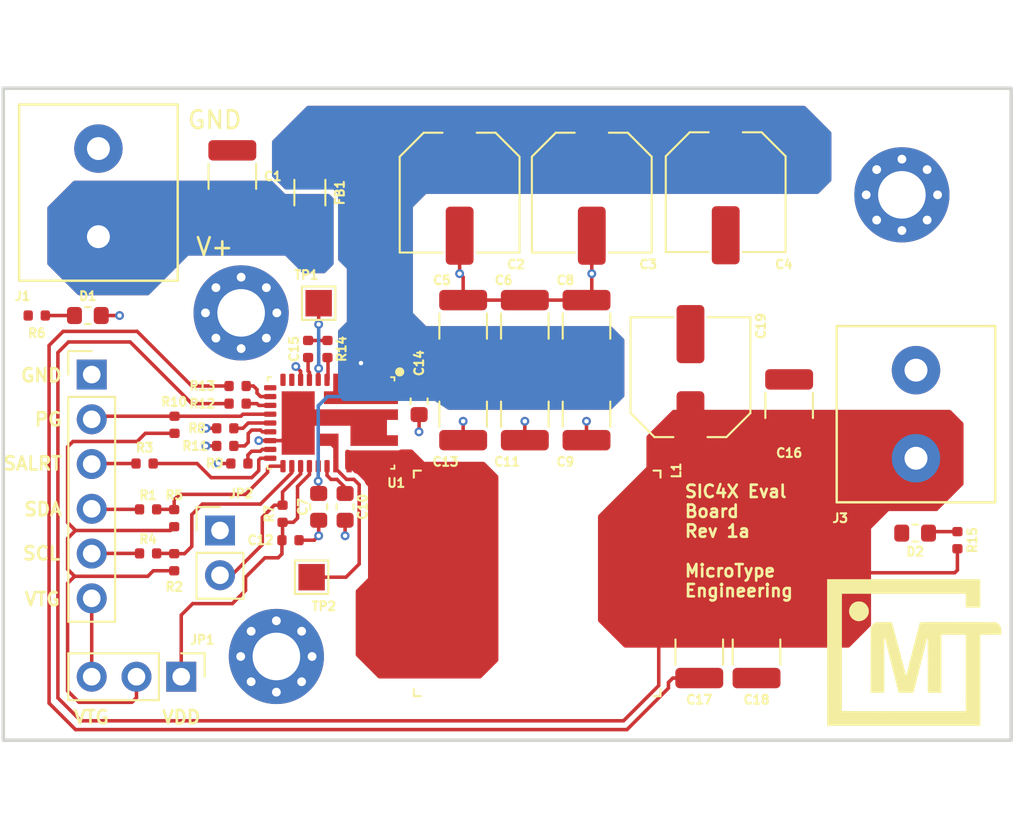
<source format=kicad_pcb>
(kicad_pcb (version 20210623) (generator pcbnew)
  (layers (0 "F.Cu" signal) (1 "In1.Cu" power) (2 "In2.Cu" power) (31 "B.Cu" signal) (34 "B.Paste" user) (35 "F.Paste" user) (36 "B.SilkS" user "B.Silkscreen") (37 "F.SilkS" user "F.Silkscreen") (38 "B.Mask" user) (39 "F.Mask" user) (44 "Edge.Cuts" user))
  (net 0 "")
  (net 1 "+12V")
  (net 2 "GND")
  (net 3 "Net-(C10-Pad1)")
  (net 4 "/VDD")
  (net 5 "+5V")
  (net 6 "Net-(D1-Pad2)")
  (net 7 "Net-(D2-Pad2)")
  (net 8 "/PGOOD")
  (net 9 "/EXTERN_VTG")
  (net 10 "/SDA")
  (net 11 "/SCL")
  (net 12 "/SALERT")
  (net 13 "/PULLUP_VTG")
  (net 14 "/EN")
  (net 15 "Net-(L1-Pad1)")
  (net 16 "Net-(R8-Pad1)")
  (net 17 "Net-(TP1-Pad1)")
  (net 18 "Net-(TP2-Pad1)")
  (net 22 "Net-(C11-Pad1)")
  (net 23 "Net-(C15-Pad1)")
  (net 24 "Net-(C15-Pad2)")
  (net 25 "Net-(R9-Pad1)")
  (net 26 "Net-(J2-Pad4)")
  (net 27 "Net-(J2-Pad5)")
  (net 28 "Net-(R11-Pad1)")
  (net 29 "Net-(R12-Pad1)")
  (net 30 "Net-(R13-Pad1)")
  (net 31 "Net-(R14-Pad2)")
  (net 32 "Net-(J2-Pad3)")
  (footprint "eval-board-1_buck-regulator:SiC45X" (layer "F.Cu") (at 18.6 19 -90)
    (fp_text reference "U1")
    (fp_text value "SIC453ED-T1-GE3")
  )
  (footprint "eval-board-1_buck-regulator:CAPACITOR_0402N" (layer "F.Cu") (at 12.6 20.3 180)
    (fp_text reference "R11")
    (fp_text value "8.87K")
  )
  (footprint "eval-board-1_buck-regulator:CAPAE660X580L260X65N" (layer "F.Cu") (at 41 5.9 -90)
    (fp_text reference "C4")
    (fp_text value "UCH1V470MCS1GS")
  )
  (footprint "eval-board-1_buck-regulator:1935776" (layer "F.Cu") (at 5.4 5.925 -90)
    (fp_text reference "J1")
    (fp_text value "Conn_01x02")
  )
  (footprint "TestPoint:TestPoint_Pad_1.5x1.5mm" (layer "F.Cu") (at 17.5 27.75 90)
    (fp_text reference "TP2")
    (fp_text value "TestPoint")
  )
  (footprint "eval-board-1_buck-regulator:CAPACITOR_0603N" (layer "F.Cu") (at 23.6 17.76 -90)
    (fp_text reference "C14")
    (fp_text value "GRM188R61H225ME11D")
  )
  (footprint "eval-board-1_buck-regulator:CAPACITOR_1210N" (layer "F.Cu") (at 13 5 90)
    (fp_text reference "C1")
    (fp_text value "GRM32ER71C226KEA8")
  )
  (footprint "eval-board-1_buck-regulator:CAPACITOR_1210N" (layer "F.Cu") (at 26.1 18.5 -90)
    (fp_text reference "C13")
    (fp_text value "GRM32ER71E226ME15K")
  )
  (footprint "eval-board-1_buck-regulator:CAPACITOR_0402N" (layer "F.Cu") (at 13.4 21.3 180)
    (fp_text reference "R9")
    (fp_text value "8.87K")
  )
  (footprint "Connector_PinHeader_2.54mm:PinHeader_1x03_P2.54mm_Vertical" (layer "F.Cu") (at 10.1 33.4 -90)
    (fp_text reference "JP1")
    (fp_text value "Jumper_NC_Dual")
  )
  (footprint "eval-board-1_buck-regulator:CAPACITOR_0402N" (layer "F.Cu") (at 54.15 25.65 90)
    (fp_text reference "R15")
    (fp_text value "220")
  )
  (footprint "eval-board-1_buck-regulator:CAPACITOR_1206N" (layer "F.Cu") (at 17.4 5.925 90)
    (fp_text reference "FB1")
    (fp_text value "74279221100")
  )
  (footprint "eval-board-1_buck-regulator:CAPACITOR_1210N" (layer "F.Cu") (at 39.5 32 -90)
    (fp_text reference "C17")
    (fp_text value "GRM32ER71C226KEA8")
  )
  (footprint "eval-board-1_buck-regulator:CAPACITOR_0402N" (layer "F.Cu") (at 13.3 16.9 180)
    (fp_text reference "R13")
    (fp_text value "10K")
  )
  (footprint "eval-board-1_buck-regulator:CAPACITOR_1210N" (layer "F.Cu") (at 29.6 13.5 90)
    (fp_text reference "C6")
    (fp_text value "GRM32ER71E226ME15K")
  )
  (footprint "MountingHole:MountingHole_2.7mm_M2.5_Pad_Via" (layer "F.Cu") (at 15.5 32.25)
    (fp_text reference "H3" hide)
    (fp_text value "MountingHole_Pad")
  )
  (footprint "eval-board-1_buck-regulator:CAPACITOR_1210N" (layer "F.Cu") (at 29.6 18.5 -90)
    (fp_text reference "C11")
    (fp_text value "GRM32ER71E226ME15K")
  )
  (footprint "eval-board-1_buck-regulator:CAPAE660X580L260X65N" (layer "F.Cu") (at 39 16.4 90)
    (fp_text reference "C19")
    (fp_text value "UCH1V470MCS1GS")
  )
  (footprint "eval-board-1_buck-regulator:CAPACITOR_1210N" (layer "F.Cu") (at 42.75 32 -90)
    (fp_text reference "C18")
    (fp_text value "GRM32ER71C226KEA8")
  )
  (footprint "eval-board-1_buck-regulator:CAPACITOR_0402N" (layer "F.Cu") (at 9.7 24.4 90)
    (fp_text reference "R5")
    (fp_text value "10K")
  )
  (footprint "eval-board-1_buck-regulator:CAPACITOR_0402N" (layer "F.Cu") (at 18.4 14.8 -90)
    (fp_text reference "R14")
    (fp_text value "2.2")
  )
  (footprint "TestPoint:TestPoint_Pad_1.5x1.5mm" (layer "F.Cu") (at 17.9 12.2)
    (fp_text reference "TP1")
    (fp_text value "TestPoint")
  )
  (footprint "footprints:CAPACITOR_0603N" (layer "F.Cu") (at 17.9 23.76 -90)
    (fp_text reference "C7")
    (fp_text value "GRM188R61H225ME11D")
  )
  (footprint "eval-board-1_buck-regulator:CAPACITOR_0402N" (layer "F.Cu") (at 15.85 24.15 90)
    (fp_text reference "R7")
    (fp_text value "10K")
  )
  (footprint "eval-board-1_buck-regulator:CAPACITOR_0603N" (layer "F.Cu") (at 19.4 23.76 -90)
    (fp_text reference "C10")
    (fp_text value "4.7u")
  )
  (footprint "eval-board-1_buck-regulator:CAPACITOR_0402N" (layer "F.Cu") (at 9.7 26.9 90)
    (fp_text reference "R2")
    (fp_text value "10K")
  )
  (footprint "MountingHole:MountingHole_2.7mm_M2.5_Pad_Via" (layer "F.Cu") (at 51 6.05)
    (fp_text reference "H1" hide)
    (fp_text value "MountingHole_Pad")
  )
  (footprint "eval-board-1_buck-regulator:CAPACITOR_1210N" (layer "F.Cu") (at 33.1 18.5 -90)
    (fp_text reference "C9")
    (fp_text value "GRM32ER71E226ME15K")
  )
  (footprint "Connector_PinHeader_2.54mm:PinHeader_1x06_P2.54mm_Vertical" (layer "F.Cu") (at 5.02 16.25)
    (fp_text reference "J2" hide)
    (fp_text value "Conn_01x06")
  )
  (footprint "eval-board-1_buck-regulator:CAPACITOR_0402N" (layer "F.Cu") (at 1.9 12.9)
    (fp_text reference "R6")
    (fp_text value "510")
  )
  (footprint "eval-board-1_buck-regulator:CAPACITOR_0402N" (layer "F.Cu") (at 8.22 26.4)
    (fp_text reference "R4")
    (fp_text value "220")
  )
  (footprint "eval-board-1_buck-regulator:CAPACITOR_0402N" (layer "F.Cu") (at 13.3 17.9 180)
    (fp_text reference "R12")
    (fp_text value "10K")
  )
  (footprint "eval-board-1_buck-regulator:CAPACITOR_0603N" (layer "F.Cu") (at 4.8 12.9 180)
    (fp_text reference "D1")
    (fp_text value "LED")
  )
  (footprint "eval-board-1_buck-regulator:CAPACITOR_0402N" (layer "F.Cu") (at 9.72 19.1 90)
    (fp_text reference "R10")
    (fp_text value "10K")
  )
  (footprint "eval-board-1_buck-regulator:CAPACITOR_0402N" (layer "F.Cu") (at 8.22 23.9)
    (fp_text reference "R1")
    (fp_text value "220")
  )
  (footprint "eval-board-1_buck-regulator:CAPACITOR_1210N" (layer "F.Cu") (at 33.1 13.5 90)
    (fp_text reference "C8")
    (fp_text value "GRM32ER71E226ME15K")
  )
  (footprint "eval-board-1_buck-regulator:1935776" (layer "F.Cu") (at 51.8 18.5 -90)
    (fp_text reference "J3")
    (fp_text value "Conn_01x02")
  )
  (footprint "eval-board-1_buck-regulator:CAPACITOR_0402N" (layer "F.Cu") (at 8.02 21.3)
    (fp_text reference "R3")
    (fp_text value "220")
  )
  (footprint "eval-board-1_buck-regulator:CAPACITOR_0402N" (layer "F.Cu") (at 17.3 14.8 90)
    (fp_text reference "C15")
    (fp_text value "0.1uF")
  )
  (footprint "Connector_PinHeader_2.54mm:PinHeader_1x02_P2.54mm_Vertical" (layer "F.Cu") (at 12.3 25.1)
    (fp_text reference "JP2")
    (fp_text value "Jumper")
  )
  (footprint "eval-board-1_buck-regulator:CAPAE660X580L260X65N" (layer "F.Cu") (at 25.9 5.925 -90)
    (fp_text reference "C2")
    (fp_text value "UCH1V470MCS1GS")
  )
  (footprint "MountingHole:MountingHole_2.7mm_M2.5_Pad_Via" (layer "F.Cu") (at 13.5 12.75)
    (fp_text reference "H2" hide)
    (fp_text value "MountingHole_Pad")
  )
  (footprint "eval-board-1_buck-regulator:PA4343_PM4343" (layer "F.Cu") (at 30.3 28.1 90)
    (fp_text reference "L1")
    (fp_text value "PA4343.102NLT")
  )
  (footprint "eval-board-1_buck-regulator:CAPACITOR_0603N" (layer "F.Cu") (at 51.75 25.25)
    (fp_text reference "D2")
    (fp_text value "LED")
  )
  (footprint "eval-board-1_buck-regulator:CAPAE660X580L260X65N" (layer "F.Cu") (at 33.4 5.925 -90)
    (fp_text reference "C3")
    (fp_text value "UCH1V470MCS1GS")
  )
  (footprint "eval-board-1_buck-regulator:CAPACITOR_1210N" (layer "F.Cu") (at 26.1 13.5 90)
    (fp_text reference "C5")
    (fp_text value "GRM32ER71E226ME15K")
  )
  (footprint "eval-board-1_buck-regulator:CAPACITOR_1210N" (layer "F.Cu") (at 44.6 18 90)
    (fp_text reference "C16")
    (fp_text value "GRM32ER71C226KEA8")
  )
  (footprint "footprints:MTE_LOGO_25.4MM" (layer "F.Cu") (at 51.7 32)
    (fp_text reference "G***" hide)
    (fp_text value "LOGO" hide)
  )
  (footprint "eval-board-1_buck-regulator:CAPACITOR_0402N" (layer "F.Cu") (at 16.3 25.65)
    (fp_text reference "C12")
    (fp_text value "1u")
  )
  (footprint "eval-board-1_buck-regulator:CAPACITOR_0402N" (layer "F.Cu") (at 12.6 19.3 180)
    (fp_text reference "R8")
    (fp_text value "8.87K")
  )
  (gr_rect (start 0 0) (end 57.2 37) (layer "Edge.Cuts") (width 0.2) (fill none))
  (gr_text "VTG" (at 3.3 29) (layer "F.SilkS") (effects (font (size 0.75 0.75)) (justify right)))
  (gr_text "PG" (at 3.4 18.8) (layer "F.SilkS") (effects (font (size 0.75 0.75)) (justify right)))
  (gr_text "GND" (at 12 1.8) (layer "F.SilkS") (effects (font (size 1 1))))
  (gr_text "SDA" (at 3.4 23.9) (layer "F.SilkS") (effects (font (size 0.75 0.75)) (justify right)))
  (gr_text "SIC4X Eval\nBoard\nRev 1a\n\nMicroType\nEngineering" (at 38.6 25.7) (layer "F.SilkS") (effects (font (size 0.7 0.7)) (justify left)))
  (gr_text "VTG" (at 5 35.7) (layer "F.SilkS") (effects (font (size 0.75 0.75))))
  (gr_text "GND" (at 3.4 16.3) (layer "F.SilkS") (effects (font (size 0.75 0.75)) (justify right)))
  (gr_text "V+" (at 12 9) (layer "F.SilkS") (effects (font (size 1 1))))
  (gr_text "SALRT" (at 3.4 21.3) (layer "F.SilkS") (effects (font (size 0.75 0.75)) (justify right)))
  (gr_text "SCL" (at 3.3 26.4) (layer "F.SilkS") (effects (font (size 0.75 0.75)) (justify right)))
  (gr_text "VDD" (at 10.1 35.7) (layer "F.SilkS") (effects (font (size 0.75 0.75))))
  (segment (start 17.4 7.395) (end 17.4 8.025) (width 0.2) (layer "F.Cu") (net 1))
  (segment (start 7.25 6.575) (end 5.4 8.425) (width 0.2) (layer "F.Cu") (net 1))
  (segment (start 12.9 6.575) (end 7.25 6.575) (width 0.2) (layer "F.Cu") (net 1))
  (segment (start 2.6 34.9) (end 4.1 36.4) (width 0.2) (layer "F.Cu") (net 2))
  (segment (start 19.4 24.52) (end 19.4 25.4) (width 0.2) (layer "F.Cu") (net 2))
  (segment (start 37.75 34.05) (end 37.75 33.725) (width 0.2) (layer "F.Cu") (net 2))
  (segment (start 26.1 10.725) (end 25.9 10.525) (width 0.2) (layer "F.Cu") (net 2))
  (segment (start 2.6 14.6) (end 2.6 34.9) (width 0.2) (layer "F.Cu") (net 2))
  (segment (start 33.1 19.975) (end 33.1 18.9) (width 0.2) (layer "F.Cu") (net 2))
  (segment (start 10.7 16.9) (end 7.6 13.8) (width 0.2) (layer "F.Cu") (net 2))
  (segment (start 5.56 12.9) (end 6.6 12.9) (width 0.2) (layer "F.Cu") (net 2))
  (segment (start 12.915 21.3) (end 12.9 21.3) (width 0.2) (layer "F.Cu") (net 2))
  (segment (start 33.4 8.37) (end 33.4 10.525) (width 0.2) (layer "F.Cu") (net 2))
  (segment (start 17.735 24.685) (end 17.9 24.52) (width 0.2) (layer "F.Cu") (net 2))
  (segment (start 26.1 19.975) (end 26.1 18.9) (width 0.2) (layer "F.Cu") (net 2))
  (segment (start 37.75 33.725) (end 38 33.475) (width 0.2) (layer "F.Cu") (net 2))
  (segment (start 12.115 20.3) (end 11.5 20.3) (width 0.2) (layer "F.Cu") (net 2))
  (segment (start 33.4 11.725) (end 33.1 12.025) (width 0.2) (layer "F.Cu") (net 2))
  (segment (start 38 33.475) (end 39.5 33.475) (width 0.2) (layer "F.Cu") (net 2))
  (segment (start 16.85 18.95) (end 15.8 20) (width 0.2) (layer "F.Cu") (net 2))
  (segment (start 12.115 19.3) (end 11.5 19.3) (width 0.2) (layer "F.Cu") (net 2))
  (segment (start 15.1 20) (end 14.5 20) (width 0.2) (layer "F.Cu") (net 2))
  (segment (start 26.1 12.025) (end 26.1 10.725) (width 0.2) (layer "F.Cu") (net 2))
  (segment (start 7.6 13.8) (end 3.4 13.8) (width 0.2) (layer "F.Cu") (net 2))
  (segment (start 12.9 21.3) (end 12.2 21.3) (width 0.2) (layer "F.Cu") (net 2))
  (segment (start 23.6 18.52) (end 23.6 19.492318) (width 0.2) (layer "F.Cu") (net 2))
  (segment (start 4.1 36.4) (end 35.4 36.4) (width 0.2) (layer "F.Cu") (net 2))
  (segment (start 29.6 19.975) (end 29.6 18.9) (width 0.2) (layer "F.Cu") (net 2))
  (segment (start 16.875 16.55) (end 16.875 16.065749) (width 0.2) (layer "F.Cu") (net 2))
  (segment (start 23.6 19.492318) (end 23.592318 19.5) (width 0.2) (layer "F.Cu") (net 2))
  (segment (start 12.815 16.9) (end 10.7 16.9) (width 0.2) (layer "F.Cu") (net 2))
  (segment (start 29.6 12.025) (end 33.1 12.025) (width 0.2) (layer "F.Cu") (net 2))
  (segment (start 33.4 10.525) (end 33.4 11.725) (width 0.2) (layer "F.Cu") (net 2))
  (segment (start 17.9 24.52) (end 17.9 25.4) (width 0.2) (layer "F.Cu") (net 2))
  (segment (start 35.4 36.4) (end 37.75 34.05) (width 0.2) (layer "F.Cu") (net 2))
  (segment (start 26.1 12.025) (end 29.6 12.025) (width 0.2) (layer "F.Cu") (net 2))
  (segment (start 3.4 13.8) (end 2.6 14.6) (width 0.2) (layer "F.Cu") (net 2))
  (segment (start 25.9 8.37) (end 25.9 10.525) (width 0.2) (layer "F.Cu") (net 2))
  (segment (start 20.375 18.95) (end 16.85 18.95) (width 0.2) (layer "F.Cu") (net 2))
  (segment (start 16.875 16.065749) (end 16.602336 15.793085) (width 0.2) (layer "F.Cu") (net 2))
  (segment (start 17.65 25.65) (end 17.9 25.4) (width 0.2) (layer "F.Cu") (net 2))
  (segment (start 15.15 20) (end 15.1 20) (width 0.2) (layer "F.Cu") (net 2))
  (segment (start 16.785 25.65) (end 17.65 25.65) (width 0.2) (layer "F.Cu") (net 2))
  (segment (start 15.8 20) (end 15.15 20) (width 0.2) (layer "F.Cu") (net 2))
  (via (at 33.1 18.9) (size 0.5) (drill 0.25) (layers "F.Cu" "B.Cu") (net 2))
  (via (at 14.5 20) (size 0.5) (drill 0.25) (layers "F.Cu" "B.Cu") (net 2))
  (via (at 33.4 10.525) (size 0.5) (drill 0.25) (layers "F.Cu" "B.Cu") (net 2))
  (via (at 17.9 25.4) (size 0.5) (drill 0.25) (layers "F.Cu" "B.Cu") (net 2))
  (via (at 23.592318 19.5) (size 0.5) (drill 0.25) (layers "F.Cu" "B.Cu") (net 2))
  (via (at 16.602336 15.793085) (size 0.5) (drill 0.25) (layers "F.Cu" "B.Cu") (net 2))
  (via (at 29.6 18.9) (size 0.5) (drill 0.25) (layers "F.Cu" "B.Cu") (net 2))
  (via (at 25.9 10.525) (size 0.5) (drill 0.25) (layers "F.Cu" "B.Cu") (net 2))
  (via (at 19.4 25.4) (size 0.5) (drill 0.25) (layers "F.Cu" "B.Cu") (net 2))
  (via (at 11.5 19.3) (size 0.5) (drill 0.25) (layers "F.Cu" "B.Cu") (net 2))
  (via (at 12.2 21.3) (size 0.5) (drill 0.25) (layers "F.Cu" "B.Cu") (net 2))
  (via (at 26.1 18.9) (size 0.5) (drill 0.25) (layers "F.Cu" "B.Cu") (net 2))
  (via (at 6.6 12.9) (size 0.5) (drill 0.25) (layers "F.Cu" "B.Cu") (net 2))
  (via (at 11.5 20.3) (size 0.5) (drill 0.25) (layers "F.Cu" "B.Cu") (net 2))
  (segment (start 18.942222 22.2) (end 18.6 22.2) (width 0.2) (layer "F.Cu") (net 3))
  (segment (start 19.4 23) (end 19.4 22.657778) (width 0.2) (layer "F.Cu") (net 3))
  (segment (start 19.4 22.657778) (end 18.942222 22.2) (width 0.2) (layer "F.Cu") (net 3))
  (segment (start 18.6 22.2) (end 18.375 21.975) (width 0.2) (layer "F.Cu") (net 3))
  (segment (start 18.375 21.975) (end 18.375 21.45) (width 0.2) (layer "F.Cu") (net 3))
  (segment (start 14.85 26.65) (end 15.6 26.65) (width 0.2) (layer "F.Cu") (net 4))
  (segment (start 15.85 25.615) (end 15.815 25.65) (width 0.2) (layer "F.Cu") (net 4))
  (segment (start 15.815 26.435) (end 15.815 25.65) (width 0.2) (layer "F.Cu") (net 4))
  (segment (start 15.6 26.65) (end 15.815 26.435) (width 0.2) (layer "F.Cu") (net 4))
  (segment (start 10.75 29.25) (end 13 29.25) (width 0.2) (layer "F.Cu") (net 4))
  (segment (start 13.75 27.75) (end 14.85 26.65) (width 0.2) (layer "F.Cu") (net 4))
  (segment (start 16.465 24.635) (end 16.7 24.4) (width 0.2) (layer "F.Cu") (net 4))
  (segment (start 13.75 28.5) (end 13.75 27.75) (width 0.2) (layer "F.Cu") (net 4))
  (segment (start 10.1 29.9) (end 10.75 29.25) (width 0.2) (layer "F.Cu") (net 4))
  (segment (start 13 29.25) (end 13.75 28.5) (width 0.2) (layer "F.Cu") (net 4))
  (segment (start 15.85 24.635) (end 15.85 25.615) (width 0.2) (layer "F.Cu") (net 4))
  (segment (start 10.1 33.4) (end 10.1 29.9) (width 0.2) (layer "F.Cu") (net 4))
  (segment (start 17.375 21.925) (end 17.375 21.45) (width 0.2) (layer "F.Cu") (net 4))
  (segment (start 16.7 24.4) (end 16.7 22.6) (width 0.2) (layer "F.Cu") (net 4))
  (segment (start 16.7 22.6) (end 17.375 21.925) (width 0.2) (layer "F.Cu") (net 4))
  (segment (start 15.85 24.635) (end 16.465 24.635) (width 0.2) (layer "F.Cu") (net 4))
  (segment (start 3.7 14.4) (end 3.1 15) (width 0.2) (layer "F.Cu") (net 5))
  (segment (start 4.4 35.9) (end 35.2 35.9) (width 0.2) (layer "F.Cu") (net 5))
  (segment (start 3.1 34.6) (end 4.4 35.9) (width 0.2) (layer "F.Cu") (net 5))
  (segment (start 54 27.5) (end 48.25 27.5) (width 0.2) (layer "F.Cu") (net 5))
  (segment (start 37.2 33.9) (end 37.2 31.05) (width 0.2) (layer "F.Cu") (net 5))
  (segment (start 37.2 31.05) (end 37.725 30.525) (width 0.2) (layer "F.Cu") (net 5))
  (segment (start 48.25 27.5) (end 48 27.25) (width 0.2) (layer "F.Cu") (net 5))
  (segment (start 54.15 26.135) (end 54.15 27.35) (width 0.2) (layer "F.Cu") (net 5))
  (segment (start 7.2 14.4) (end 3.7 14.4) (width 0.2) (layer "F.Cu") (net 5))
  (segment (start 35.2 35.9) (end 37.2 33.9) (width 0.2) (layer "F.Cu") (net 5))
  (segment (start 3.1 15) (end 3.1 34.6) (width 0.2) (layer "F.Cu") (net 5))
  (segment (start 12.815 17.9) (end 10.7 17.9) (width 0.2) (layer "F.Cu") (net 5))
  (segment (start 37.725 30.525) (end 39.5 30.525) (width 0.2) (layer "F.Cu") (net 5))
  (segment (start 54.15 27.35) (end 54 27.5) (width 0.2) (layer "F.Cu") (net 5))
  (segment (start 10.7 17.9) (end 7.2 14.4) (width 0.2) (layer "F.Cu") (net 5))
  (segment (start 2.385 12.9) (end 4.04 12.9) (width 0.2) (layer "F.Cu") (net 6))
  (segment (start 54.15 25.165) (end 52.595 25.165) (width 0.2) (layer "F.Cu") (net 7))
  (segment (start 52.595 25.165) (end 52.51 25.25) (width 0.2) (layer "F.Cu") (net 7))
  (segment (start 5.16 18.6) (end 5.02 18.74) (width 0.2) (layer "F.Cu") (net 8))
  (segment (start 5.21 18.6) (end 5.02 18.79) (width 0.2) (layer "F.Cu") (net 8))
  (segment (start 13.6 18.5) (end 13.485 18.615) (width 0.2) (layer "F.Cu") (net 8))
  (segment (start 5.195 18.615) (end 5.02 18.79) (width 0.2) (layer "F.Cu") (net 8))
  (segment (start 13.485 18.615) (end 9.72 18.615) (width 0.2) (layer "F.Cu") (net 8))
  (segment (start 9.72 18.615) (end 5.195 18.615) (width 0.2) (layer "F.Cu") (net 8))
  (segment (start 15.15 18.5) (end 13.6 18.5) (width 0.2) (layer "F.Cu") (net 8))
  (segment (start 5.02 33.4) (end 5.02 28.95) (width 0.2) (layer "F.Cu") (net 9))
  (segment (start 5.07 28.9) (end 5.02 28.95) (width 0.2) (layer "F.Cu") (net 9))
  (segment (start 9.7 23.35) (end 9.7 23.915) (width 0.2) (layer "F.Cu") (net 10))
  (segment (start 15 21.6) (end 15 21.8) (width 0.2) (layer "F.Cu") (net 10))
  (segment (start 8.72 23.915) (end 8.705 23.9) (width 0.2) (layer "F.Cu") (net 10))
  (segment (start 15.875 21.45) (end 15.15 21.45) (width 0.2) (layer "F.Cu") (net 10))
  (segment (start 13.75 23.05) (end 10 23.05) (width 0.2) (layer "F.Cu") (net 10))
  (segment (start 8.705 23.9) (end 9.685 23.9) (width 0.2) (layer "F.Cu") (net 10))
  (segment (start 9.685 23.9) (end 9.7 23.915) (width 0.2) (layer "F.Cu") (net 10))
  (segment (start 15 21.8) (end 13.75 23.05) (width 0.2) (layer "F.Cu") (net 10))
  (segment (start 10 23.05) (end 9.7 23.35) (width 0.2) (layer "F.Cu") (net 10))
  (segment (start 15.15 21.45) (end 15 21.6) (width 0.2) (layer "F.Cu") (net 10))
  (segment (start 8.72 26.415) (end 8.705 26.4) (width 0.2) (layer "F.Cu") (net 11))
  (segment (start 14.6 23.6) (end 16.375 21.825) (width 0.2) (layer "F.Cu") (net 11))
  (segment (start 11.3 23.6) (end 14.6 23.6) (width 0.2) (layer "F.Cu") (net 11))
  (segment (start 9.7 26.415) (end 10.285 26.415) (width 0.2) (layer "F.Cu") (net 11))
  (segment (start 16.375 21.825) (end 16.375 21.45) (width 0.2) (layer "F.Cu") (net 11))
  (segment (start 10.7 24.2) (end 11.3 23.6) (width 0.2) (layer "F.Cu") (net 11))
  (segment (start 10.7 26) (end 10.7 24.2) (width 0.2) (layer "F.Cu") (net 11))
  (segment (start 9.685 26.4) (end 9.7 26.415) (width 0.2) (layer "F.Cu") (net 11))
  (segment (start 10.285 26.415) (end 10.7 26) (width 0.2) (layer "F.Cu") (net 11))
  (segment (start 8.705 26.4) (end 9.685 26.4) (width 0.2) (layer "F.Cu") (net 11))
  (segment (start 14.1 22.1) (end 11.8 22.1) (width 0.2) (layer "F.Cu") (net 12))
  (segment (start 11 21.3) (end 8.505 21.3) (width 0.2) (layer "F.Cu") (net 12))
  (segment (start 14.5 21.7) (end 14.1 22.1) (width 0.2) (layer "F.Cu") (net 12))
  (segment (start 11.8 22.1) (end 11 21.3) (width 0.2) (layer "F.Cu") (net 12))
  (segment (start 15.15 21) (end 14.6 21) (width 0.2) (layer "F.Cu") (net 12))
  (segment (start 14.6 21) (end 14.5 21.1) (width 0.2) (layer "F.Cu") (net 12))
  (segment (start 14.5 21.1) (end 14.5 21.7) (width 0.2) (layer "F.Cu") (net 12))
  (segment (start 7.3 34.85) (end 7.56 34.59) (width 0.2) (layer "F.Cu") (net 13))
  (segment (start 8.065 19.585) (end 7.6 20.05) (width 0.2) (layer "F.Cu") (net 13))
  (segment (start 3.65 25.55) (end 3.65 27.3) (width 0.2) (layer "F.Cu") (net 13))
  (segment (start 4.1 25.1) (end 3.65 25.55) (width 0.2) (layer "F.Cu") (net 13))
  (segment (start 3.95 20.05) (end 3.65 20.35) (width 0.2) (layer "F.Cu") (net 13))
  (segment (start 3.65 24.65) (end 3.999511 24.999511) (width 0.2) (layer "F.Cu") (net 13))
  (segment (start 3.65 28.1) (end 3.65 34.2) (width 0.2) (layer "F.Cu") (net 13))
  (segment (start 4.3 34.85) (end 7.3 34.85) (width 0.2) (layer "F.Cu") (net 13))
  (segment (start 9.72 19.585) (end 8.065 19.585) (width 0.2) (layer "F.Cu") (net 13))
  (segment (start 3.65 34.2) (end 4.3 34.85) (width 0.2) (layer "F.Cu") (net 13))
  (segment (start 4.05 27.7) (end 8.2 27.7) (width 0.2) (layer "F.Cu") (net 13))
  (segment (start 8.515 27.385) (end 9.7 27.385) (width 0.2) (layer "F.Cu") (net 13))
  (segment (start 4.05 27.7) (end 3.65 28.1) (width 0.2) (layer "F.Cu") (net 13))
  (segment (start 8.2 27.7) (end 8.515 27.385) (width 0.2) (layer "F.Cu") (net 13))
  (segment (start 7.6 20.05) (end 3.95 20.05) (width 0.2) (layer "F.Cu") (net 13))
  (segment (start 3.65 20.35) (end 3.65 24.65) (width 0.2) (layer "F.Cu") (net 13))
  (segment (start 7.56 34.59) (end 7.56 33.4) (width 0.2) (layer "F.Cu") (net 13))
  (segment (start 3.65 27.3) (end 4.05 27.7) (width 0.2) (layer "F.Cu") (net 13))
  (segment (start 3.999511 24.999511) (end 4.1 25.1) (width 0.2) (layer "F.Cu") (net 13))
  (segment (start 4.1 25.1) (end 9.485 25.1) (width 0.2) (layer "F.Cu") (net 13))
  (segment (start 9.485 25.1) (end 9.7 24.885) (width 0.2) (layer "F.Cu") (net 13))
  (segment (start 15.85 22.91329) (end 16.875 21.88829) (width 0.2) (layer "F.Cu") (net 14))
  (segment (start 12.96 27.64) (end 12.3 27.64) (width 0.2) (layer "F.Cu") (net 14))
  (segment (start 15.385 23.665) (end 14.7 24.35) (width 0.2) (layer "F.Cu") (net 14))
  (segment (start 15.85 23.665) (end 15.85 22.91329) (width 0.2) (layer "F.Cu") (net 14))
  (segment (start 14.7 24.35) (end 14.7 24.9) (width 0.2) (layer "F.Cu") (net 14))
  (segment (start 14.7 25.9) (end 12.96 27.64) (width 0.2) (layer "F.Cu") (net 14))
  (segment (start 16.875 21.88829) (end 16.875 21.45) (width 0.2) (layer "F.Cu") (net 14))
  (segment (start 15.85 23.665) (end 15.385 23.665) (width 0.2) (layer "F.Cu") (net 14))
  (segment (start 14.7 24.9) (end 14.7 25.9) (width 0.2) (layer "F.Cu") (net 14))
  (segment (start 24.75 24.65) (end 23.3 23.2) (width 0.2) (layer "F.Cu") (net 15))
  (segment (start 20.625 22.325) (end 20.625 20.95) (width 0.2) (layer "F.Cu") (net 15))
  (segment (start 24.75 28.1) (end 24.75 24.65) (width 0.2) (layer "F.Cu") (net 15))
  (segment (start 23.3 23.2) (end 21.5 23.2) (width 0.2) (layer "F.Cu") (net 15))
  (segment (start 21.5 23.2) (end 20.625 22.325) (width 0.2) (layer "F.Cu") (net 15))
  (segment (start 13.085 19.3) (end 13.6 19.3) (width 0.2) (layer "F.Cu") (net 16))
  (segment (start 13.9 19) (end 15.15 19) (width 0.2) (layer "F.Cu") (net 16))
  (segment (start 13.6 19.3) (end 13.9 19) (width 0.2) (layer "F.Cu") (net 16))
  (segment (start 17.875 16.55) (end 17.875 15.925) (width 0.2) (layer "F.Cu") (net 17))
  (segment (start 17.9 13.4) (end 17.9 12.2) (width 0.2) (layer "F.Cu") (net 17))
  (segment (start 17.875 15.925) (end 17.9 15.9) (width 0.2) (layer "F.Cu") (net 17))
  (via (at 17.9 13.4) (size 0.5) (drill 0.25) (layers "F.Cu" "B.Cu") (net 17))
  (via (at 17.9 15.9) (size 0.5) (drill 0.25) (layers "F.Cu" "B.Cu") (net 17))
  (segment (start 17.9 15.9) (end 17.9 13.4) (width 0.2) (layer "B.Cu") (net 17))
  (segment (start 19.478932 22.2) (end 19.9 22.2) (width 0.2) (layer "F.Cu") (net 18))
  (segment (start 18.9 20.475) (end 18.9 21.621068) (width 0.2) (layer "F.Cu") (net 18))
  (segment (start 19.45 27.75) (end 17.5 27.75) (width 0.2) (layer "F.Cu") (net 18))
  (segment (start 20.2 27) (end 19.45 27.75) (width 0.2) (layer "F.Cu") (net 18))
  (segment (start 18.9 21.621068) (end 19.478932 22.2) (width 0.2) (layer "F.Cu") (net 18))
  (segment (start 18.375 19.95) (end 18.9 20.475) (width 0.2) (layer "F.Cu") (net 18))
  (segment (start 20.2 22.5) (end 20.2 27) (width 0.2) (layer "F.Cu") (net 18))
  (segment (start 19.9 22.2) (end 20.2 22.5) (width 0.2) (layer "F.Cu") (net 18))
  (segment (start 20.575 17.025) (end 20.2 17.4) (width 0.2) (layer "F.Cu") (net 22))
  (segment (start 20.3 15.6) (end 20.3 17.3) (width 0.2) (layer "F.Cu") (net 22))
  (segment (start 20.4 4.45) (end 22.175 4.45) (width 0.2) (layer "F.Cu") (net 22))
  (segment (start 29.6 17.025) (end 33.1 17.025) (width 0.2) (layer "F.Cu") (net 22))
  (segment (start 26.1 17.025) (end 29.6 17.025) (width 0.2) (layer "F.Cu") (net 22))
  (segment (start 26.1 17.025) (end 26.1 14.975) (width 0.2) (layer "F.Cu") (net 22))
  (segment (start 26.095 17.03) (end 26.1 17.025) (width 0.2) (layer "F.Cu") (net 22))
  (segment (start 17.4 4.455) (end 20.395 4.455) (width 0.2) (layer "F.Cu") (net 22))
  (segment (start 17.9 22.325) (end 17.875 22.3) (width 0.2) (layer "F.Cu") (net 22))
  (segment (start 26.1 17.025) (end 20.575 17.025) (width 0.2) (layer "F.Cu") (net 22))
  (segment (start 17.9 23) (end 17.9 22.325) (width 0.2) (layer "F.Cu") (net 22))
  (segment (start 20.395 4.455) (end 20.4 4.45) (width 0.2) (layer "F.Cu") (net 22))
  (segment (start 23.145 3.48) (end 25.9 3.48) (width 0.2) (layer "F.Cu") (net 22))
  (segment (start 17.875 21.45) (end 17.875 22.3) (width 0.2) (layer "F.Cu") (net 22))
  (segment (start 33.1 14.975) (end 33.1 17.025) (width 0.2) (layer "F.Cu") (net 22))
  (segment (start 29.6 14.975) (end 29.6 17.025) (width 0.2) (layer "F.Cu") (net 22))
  (segment (start 20.3 17.3) (end 20.2 17.4) (width 0.2) (layer "F.Cu") (net 22))
  (segment (start 22.175 4.45) (end 23.145 3.48) (width 0.2) (layer "F.Cu") (net 22))
  (segment (start 25.9 3.48) (end 33.4 3.48) (width 0.2) (layer "F.Cu") (net 22))
  (via (at 17.875 22.3) (size 0.5) (drill 0.25) (layers "F.Cu" "B.Cu") (net 22))
  (via (at 20.3 15.6) (size 0.5) (drill 0.25) (layers "F.Cu" "B.Cu") (net 22))
  (segment (start 20.3 17) (end 20.3 15.6) (width 0.2) (layer "B.Cu") (net 22))
  (segment (start 17.875 22.3) (end 17.875 18.025) (width 0.2) (layer "B.Cu") (net 22))
  (segment (start 18.4 17.5) (end 19.5 17.5) (width 0.2) (layer "B.Cu") (net 22))
  (segment (start 19.8 17.5) (end 20.3 17) (width 0.2) (layer "B.Cu") (net 22))
  (segment (start 17.875 18.025) (end 18.4 17.5) (width 0.2) (layer "B.Cu") (net 22))
  (segment (start 19.5 17.5) (end 19.8 17.5) (width 0.2) (layer "B.Cu") (net 22))
  (segment (start 17.3 16.048829) (end 17.3 15.285) (width 0.2) (layer "F.Cu") (net 23))
  (segment (start 17.375 16.123829) (end 17.3 16.048829) (width 0.2) (layer "F.Cu") (net 23))
  (segment (start 17.375 16.55) (end 17.375 16.123829) (width 0.2) (layer "F.Cu") (net 23))
  (segment (start 18.4 14.315) (end 17.3 14.315) (width 0.2) (layer "F.Cu") (net 24))
  (segment (start 14.6 20.6) (end 14.7 20.5) (width 0.2) (layer "F.Cu") (net 25))
  (segment (start 13.885 21.3) (end 13.885 20.815) (width 0.2) (layer "F.Cu") (net 25))
  (segment (start 14.1 20.6) (end 14.6 20.6) (width 0.2) (layer "F.Cu") (net 25))
  (segment (start 14.7 20.5) (end 15.15 20.5) (width 0.2) (layer "F.Cu") (net 25))
  (segment (start 13.885 20.815) (end 14.1 20.6) (width 0.2) (layer "F.Cu") (net 25))
  (segment (start 7.735 23.9) (end 5.05 23.9) (width 0.2) (layer "F.Cu") (net 26))
  (segment (start 5.05 23.9) (end 5.02 23.87) (width 0.2) (layer "F.Cu") (net 26))
  (segment (start 7.735 26.4) (end 5.03 26.4) (width 0.2) (layer "F.Cu") (net 27))
  (segment (start 5.03 26.4) (end 5.02 26.41) (width 0.2) (layer "F.Cu") (net 27))
  (segment (start 14.7 19.5) (end 14.6 19.4) (width 0.2) (layer "F.Cu") (net 28))
  (segment (start 13.9 19.6) (end 13.9 20.1) (width 0.2) (layer "F.Cu") (net 28))
  (segment (start 13.7 20.3) (end 13.085 20.3) (width 0.2) (layer "F.Cu") (net 28))
  (segment (start 15.15 19.5) (end 14.7 19.5) (width 0.2) (layer "F.Cu") (net 28))
  (segment (start 14.1 19.4) (end 13.9 19.6) (width 0.2) (layer "F.Cu") (net 28))
  (segment (start 13.9 20.1) (end 13.7 20.3) (width 0.2) (layer "F.Cu") (net 28))
  (segment (start 14.6 19.4) (end 14.1 19.4) (width 0.2) (layer "F.Cu") (net 28))
  (segment (start 14.4 17.9) (end 13.785 17.9) (width 0.2) (layer "F.Cu") (net 29))
  (segment (start 15.15 18) (end 14.5 18) (width 0.2) (layer "F.Cu") (net 29))
  (segment (start 14.5 18) (end 14.4 17.9) (width 0.2) (layer "F.Cu") (net 29))
  (segment (start 14.2 16.9) (end 13.785 16.9) (width 0.2) (layer "F.Cu") (net 30))
  (segment (start 15.15 17.5) (end 14.6 17.5) (width 0.2) (layer "F.Cu") (net 30))
  (segment (start 14.4 17.1) (end 14.2 16.9) (width 0.2) (layer "F.Cu") (net 30))
  (segment (start 14.4 17.3) (end 14.4 17.1) (width 0.2) (layer "F.Cu") (net 30))
  (segment (start 14.6 17.5) (end 14.4 17.3) (width 0.2) (layer "F.Cu") (net 30))
  (segment (start 18.429501 16.495499) (end 18.429501 15.314501) (width 0.2) (layer "F.Cu") (net 31))
  (segment (start 18.375 16.55) (end 18.429501 16.495499) (width 0.2) (layer "F.Cu") (net 31))
  (segment (start 18.429501 15.314501) (end 18.4 15.285) (width 0.2) (layer "F.Cu") (net 31))
  (segment (start 7.535 21.3) (end 5.05 21.3) (width 0.2) (layer "F.Cu") (net 32))
  (segment (start 5.05 21.3) (end 5.02 21.33) (width 0.2) (layer "F.Cu") (net 32))
  (zone (net 1) (net_name "+12V") (layers F&B.Cu) (priority 1) (connect_pads yes (clearance 0.25)) (min_thickness 0.25) (fill yes (thermal_gap 0.508) (thermal_bridge_width 0.508))
    (polygon (pts (xy 16 6) (xy 18.5 6) (xy 18.75 6.25) (xy 18.75 10) (xy 18.25 10.5) (xy 17 10.5) (xy 16 9.5) (xy 10.5 9.5) (xy 8.25 11.75) (xy 4.25 11.75) (xy 2.5 10) (xy 2.5 6.75) (xy 4 5.25) (xy 15.25 5.25)))
  )
  (zone (net 5) (net_name "+5V") (layer "F.Cu") (name "2") (priority 1) (connect_pads yes (clearance 0.25)) (min_thickness 0.25) (fill yes (thermal_gap 0.508) (thermal_bridge_width 0.508))
    (polygon (pts (xy 54.5 19) (xy 54.5 22.5) (xy 53 24) (xy 50.25 24) (xy 49.25 25) (xy 49.25 30.5) (xy 48 31.75) (xy 35.25 31.75) (xy 33.75 30.25) (xy 33.75 24.25) (xy 36.5 21.5) (xy 36.5 19.75) (xy 38 18.25) (xy 53.75 18.25)))
  )
  (zone (net 22) (net_name "Net-(C11-Pad1)") (layers F&B.Cu) (name "2") (priority 1) (connect_pads yes (clearance 0.25)) (min_thickness 0.25) (fill yes (thermal_gap 0.508) (thermal_bridge_width 0.508))
    (polygon (pts (xy 47 2.5) (xy 47 5.25) (xy 46.25 6) (xy 24 6) (xy 23.25 6.75) (xy 23.25 12.75) (xy 24 13.5) (xy 34.5 13.5) (xy 35.25 14.25) (xy 35.25 17.5) (xy 34.5 18.25) (xy 25.25 18.25) (xy 24.5 17.75) (xy 21.75 17.75) (xy 19.25 17.75) (xy 19 17.25) (xy 19 16.46) (xy 19 16) (xy 19 15.5) (xy 19 13.75) (xy 19.5 13.25) (xy 19.5 10.25) (xy 19 9.75) (xy 19 7) (xy 19 6) (xy 18.75 5.75) (xy 16 5.75) (xy 15.25 5) (xy 15.25 3) (xy 17.25 1) (xy 45.5 1)))
  )
  (zone (net 15) (net_name "Net-(L1-Pad1)") (layer "F.Cu") (name "2") (priority 1) (connect_pads yes (clearance 0.25)) (min_thickness 0.25) (fill yes (thermal_gap 0.508) (thermal_bridge_width 0.508))
    (polygon (pts (xy 23.9 21.2) (xy 27.3 21.2) (xy 28.1 22) (xy 28.1 32.5) (xy 27.1 33.5) (xy 21.3 33.5) (xy 20 32.2) (xy 20 28.5) (xy 20.7 27.8) (xy 20.7 22.6) (xy 19.8 21.7) (xy 19.5 21.7) (xy 19.4 21.6) (xy 19.4 20.597999) (xy 19.4745 20.5) (xy 23.2 20.5)))
  )
)
</source>
